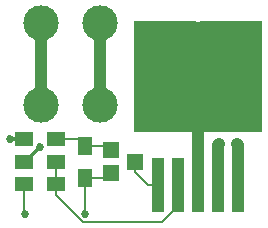
<source format=gbr>
G04 #@! TF.FileFunction,Copper,L1,Top,Signal*
%FSLAX46Y46*%
G04 Gerber Fmt 4.6, Leading zero omitted, Abs format (unit mm)*
G04 Created by KiCad (PCBNEW 4.0.7-e2-6376~58~ubuntu16.04.1) date Tue Jan 16 19:55:07 2018*
%MOMM*%
%LPD*%
G01*
G04 APERTURE LIST*
%ADD10C,0.100000*%
%ADD11C,3.000000*%
%ADD12R,1.400000X1.400000*%
%ADD13R,1.500000X1.300000*%
%ADD14R,1.100000X4.600000*%
%ADD15R,10.800000X9.400000*%
%ADD16R,5.250000X4.550000*%
%ADD17R,1.300000X1.500000*%
%ADD18C,1.000000*%
%ADD19C,0.685800*%
%ADD20C,1.016000*%
%ADD21C,1.000000*%
%ADD22C,0.152400*%
%ADD23C,0.300000*%
G04 APERTURE END LIST*
D10*
D11*
X3215000Y16200000D03*
X8215000Y16200000D03*
X8215000Y9200000D03*
X3215000Y9200000D03*
D12*
X9160000Y5395000D03*
X9160000Y3495000D03*
X11160000Y4445000D03*
D13*
X4525000Y4445000D03*
X1825000Y4445000D03*
X4525000Y2540000D03*
X1825000Y2540000D03*
D14*
X13110000Y2480000D03*
X14810000Y2480000D03*
X16510000Y2480000D03*
X18210000Y2480000D03*
X19910000Y2480000D03*
D15*
X16510000Y11630000D03*
D16*
X19285000Y14055000D03*
X13735000Y9205000D03*
X13735000Y14055000D03*
X19285000Y9205000D03*
D13*
X4525000Y6350000D03*
X1825000Y6350000D03*
D17*
X6985000Y3095000D03*
X6985000Y5795000D03*
D18*
X19811982Y5969000D03*
X18288000Y5969000D03*
D19*
X6985000Y10D03*
X1905000Y0D03*
X3175000Y5725310D03*
D18*
X18415000Y13335000D03*
X16510000Y13335000D03*
X14605000Y13335000D03*
X20320000Y13335000D03*
X12700000Y13335000D03*
D19*
X635000Y6362702D03*
D20*
X19910000Y5870982D02*
X19811982Y5969000D01*
X19910000Y2480000D02*
X19910000Y5870982D01*
X18210000Y5891000D02*
X18288000Y5969000D01*
X18210000Y2480000D02*
X18210000Y5891000D01*
D21*
X3215000Y16200000D02*
X3215000Y9200000D01*
X8215000Y16200000D02*
X8215000Y9200000D01*
D22*
X6985000Y5795000D02*
X8760000Y5795000D01*
X8760000Y5795000D02*
X9160000Y5395000D01*
X4525000Y6350000D02*
X6430000Y6350000D01*
X6430000Y6350000D02*
X6985000Y5795000D01*
X6985000Y3095000D02*
X6985000Y10D01*
X1825000Y2540000D02*
X1825000Y80000D01*
X1825000Y80000D02*
X1905000Y0D01*
X6985000Y3095000D02*
X8760000Y3095000D01*
X8760000Y3095000D02*
X9160000Y3495000D01*
X11160000Y4445000D02*
X11160000Y3592600D01*
X12407600Y2480000D02*
X13110000Y2480000D01*
X11160000Y3592600D02*
X12272600Y2480000D01*
X12272600Y2480000D02*
X12407600Y2480000D01*
X13050000Y2540000D02*
X13110000Y2480000D01*
X14810000Y2480000D02*
X14810000Y730000D01*
X6774178Y-635000D02*
X4525000Y1614178D01*
X14810000Y730000D02*
X13445000Y-635000D01*
X13445000Y-635000D02*
X6774178Y-635000D01*
X4525000Y1614178D02*
X4525000Y1737600D01*
X4525000Y1737600D02*
X4525000Y2540000D01*
X4525000Y2540000D02*
X4525000Y3342400D01*
X4525000Y3342400D02*
X4525000Y4445000D01*
D23*
X2832101Y5382411D02*
X3175000Y5725310D01*
X1905000Y4445000D02*
X1905000Y4455310D01*
X1905000Y4455310D02*
X2832101Y5382411D01*
D22*
X1905000Y4445000D02*
X1825000Y4445000D01*
D20*
X16510000Y2480000D02*
X16510000Y8890000D01*
X16510000Y8890000D02*
X14050000Y8890000D01*
X14050000Y8890000D02*
X13735000Y9205000D01*
D23*
X635000Y6362702D02*
X1812298Y6362702D01*
D22*
X1812298Y6362702D02*
X1825000Y6350000D01*
M02*

</source>
